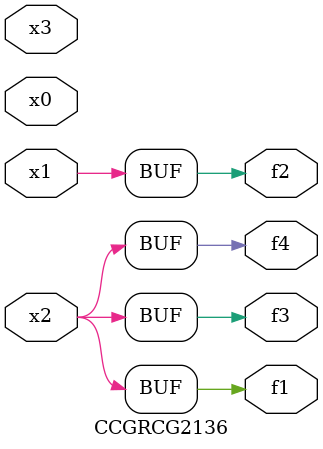
<source format=v>
module CCGRCG2136(
	input x0, x1, x2, x3,
	output f1, f2, f3, f4
);
	assign f1 = x2;
	assign f2 = x1;
	assign f3 = x2;
	assign f4 = x2;
endmodule

</source>
